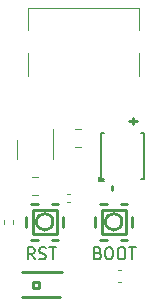
<source format=gbr>
%TF.GenerationSoftware,KiCad,Pcbnew,7.0.9*%
%TF.CreationDate,2024-03-18T09:44:21-07:00*%
%TF.ProjectId,ESP32S3_Board,45535033-3253-4335-9f42-6f6172642e6b,rev?*%
%TF.SameCoordinates,Original*%
%TF.FileFunction,Legend,Top*%
%TF.FilePolarity,Positive*%
%FSLAX46Y46*%
G04 Gerber Fmt 4.6, Leading zero omitted, Abs format (unit mm)*
G04 Created by KiCad (PCBNEW 7.0.9) date 2024-03-18 09:44:21*
%MOMM*%
%LPD*%
G01*
G04 APERTURE LIST*
%ADD10C,0.175000*%
%ADD11C,0.120000*%
%ADD12C,0.250000*%
%ADD13C,0.150000*%
G04 APERTURE END LIST*
D10*
X147244559Y-96118709D02*
X147387416Y-96166328D01*
X147387416Y-96166328D02*
X147435035Y-96213947D01*
X147435035Y-96213947D02*
X147482654Y-96309185D01*
X147482654Y-96309185D02*
X147482654Y-96452042D01*
X147482654Y-96452042D02*
X147435035Y-96547280D01*
X147435035Y-96547280D02*
X147387416Y-96594900D01*
X147387416Y-96594900D02*
X147292178Y-96642519D01*
X147292178Y-96642519D02*
X146911226Y-96642519D01*
X146911226Y-96642519D02*
X146911226Y-95642519D01*
X146911226Y-95642519D02*
X147244559Y-95642519D01*
X147244559Y-95642519D02*
X147339797Y-95690138D01*
X147339797Y-95690138D02*
X147387416Y-95737757D01*
X147387416Y-95737757D02*
X147435035Y-95832995D01*
X147435035Y-95832995D02*
X147435035Y-95928233D01*
X147435035Y-95928233D02*
X147387416Y-96023471D01*
X147387416Y-96023471D02*
X147339797Y-96071090D01*
X147339797Y-96071090D02*
X147244559Y-96118709D01*
X147244559Y-96118709D02*
X146911226Y-96118709D01*
X148101702Y-95642519D02*
X148292178Y-95642519D01*
X148292178Y-95642519D02*
X148387416Y-95690138D01*
X148387416Y-95690138D02*
X148482654Y-95785376D01*
X148482654Y-95785376D02*
X148530273Y-95975852D01*
X148530273Y-95975852D02*
X148530273Y-96309185D01*
X148530273Y-96309185D02*
X148482654Y-96499661D01*
X148482654Y-96499661D02*
X148387416Y-96594900D01*
X148387416Y-96594900D02*
X148292178Y-96642519D01*
X148292178Y-96642519D02*
X148101702Y-96642519D01*
X148101702Y-96642519D02*
X148006464Y-96594900D01*
X148006464Y-96594900D02*
X147911226Y-96499661D01*
X147911226Y-96499661D02*
X147863607Y-96309185D01*
X147863607Y-96309185D02*
X147863607Y-95975852D01*
X147863607Y-95975852D02*
X147911226Y-95785376D01*
X147911226Y-95785376D02*
X148006464Y-95690138D01*
X148006464Y-95690138D02*
X148101702Y-95642519D01*
X149149321Y-95642519D02*
X149339797Y-95642519D01*
X149339797Y-95642519D02*
X149435035Y-95690138D01*
X149435035Y-95690138D02*
X149530273Y-95785376D01*
X149530273Y-95785376D02*
X149577892Y-95975852D01*
X149577892Y-95975852D02*
X149577892Y-96309185D01*
X149577892Y-96309185D02*
X149530273Y-96499661D01*
X149530273Y-96499661D02*
X149435035Y-96594900D01*
X149435035Y-96594900D02*
X149339797Y-96642519D01*
X149339797Y-96642519D02*
X149149321Y-96642519D01*
X149149321Y-96642519D02*
X149054083Y-96594900D01*
X149054083Y-96594900D02*
X148958845Y-96499661D01*
X148958845Y-96499661D02*
X148911226Y-96309185D01*
X148911226Y-96309185D02*
X148911226Y-95975852D01*
X148911226Y-95975852D02*
X148958845Y-95785376D01*
X148958845Y-95785376D02*
X149054083Y-95690138D01*
X149054083Y-95690138D02*
X149149321Y-95642519D01*
X149863607Y-95642519D02*
X150435035Y-95642519D01*
X150149321Y-96642519D02*
X150149321Y-95642519D01*
X141894654Y-96642519D02*
X141561321Y-96166328D01*
X141323226Y-96642519D02*
X141323226Y-95642519D01*
X141323226Y-95642519D02*
X141704178Y-95642519D01*
X141704178Y-95642519D02*
X141799416Y-95690138D01*
X141799416Y-95690138D02*
X141847035Y-95737757D01*
X141847035Y-95737757D02*
X141894654Y-95832995D01*
X141894654Y-95832995D02*
X141894654Y-95975852D01*
X141894654Y-95975852D02*
X141847035Y-96071090D01*
X141847035Y-96071090D02*
X141799416Y-96118709D01*
X141799416Y-96118709D02*
X141704178Y-96166328D01*
X141704178Y-96166328D02*
X141323226Y-96166328D01*
X142275607Y-96594900D02*
X142418464Y-96642519D01*
X142418464Y-96642519D02*
X142656559Y-96642519D01*
X142656559Y-96642519D02*
X142751797Y-96594900D01*
X142751797Y-96594900D02*
X142799416Y-96547280D01*
X142799416Y-96547280D02*
X142847035Y-96452042D01*
X142847035Y-96452042D02*
X142847035Y-96356804D01*
X142847035Y-96356804D02*
X142799416Y-96261566D01*
X142799416Y-96261566D02*
X142751797Y-96213947D01*
X142751797Y-96213947D02*
X142656559Y-96166328D01*
X142656559Y-96166328D02*
X142466083Y-96118709D01*
X142466083Y-96118709D02*
X142370845Y-96071090D01*
X142370845Y-96071090D02*
X142323226Y-96023471D01*
X142323226Y-96023471D02*
X142275607Y-95928233D01*
X142275607Y-95928233D02*
X142275607Y-95832995D01*
X142275607Y-95832995D02*
X142323226Y-95737757D01*
X142323226Y-95737757D02*
X142370845Y-95690138D01*
X142370845Y-95690138D02*
X142466083Y-95642519D01*
X142466083Y-95642519D02*
X142704178Y-95642519D01*
X142704178Y-95642519D02*
X142847035Y-95690138D01*
X143132750Y-95642519D02*
X143704178Y-95642519D01*
X143418464Y-96642519D02*
X143418464Y-95642519D01*
D11*
%TO.C,J1*%
X150750000Y-81148000D02*
X150750000Y-79148000D01*
X150750000Y-77248000D02*
X150750000Y-75348000D01*
X150750000Y-75348000D02*
X141350000Y-75348000D01*
X141350000Y-81148000D02*
X141350000Y-79148000D01*
X141350000Y-77248000D02*
X141350000Y-75348000D01*
%TO.C,C7*%
X149238580Y-98554000D02*
X148957420Y-98554000D01*
X149238580Y-97534000D02*
X148957420Y-97534000D01*
%TO.C,C13*%
X145280748Y-85625000D02*
X145803252Y-85625000D01*
X145280748Y-87095000D02*
X145803252Y-87095000D01*
%TO.C,C12*%
X142181252Y-91159000D02*
X141658748Y-91159000D01*
X142181252Y-89689000D02*
X141658748Y-89689000D01*
D12*
%TO.C,SW2*%
X147040000Y-93892000D02*
X147040000Y-93052000D01*
X147450000Y-91922000D02*
X148010000Y-91922000D01*
X147590000Y-92472000D02*
X149590000Y-92472000D01*
X147590000Y-94472000D02*
X147590000Y-92472000D01*
X148010000Y-95022000D02*
X147450000Y-95022000D01*
X149170000Y-91922000D02*
X149730000Y-91922000D01*
X149590000Y-92472000D02*
X149590000Y-94472000D01*
X149590000Y-94472000D02*
X147590000Y-94472000D01*
X149730000Y-95022000D02*
X149170000Y-95022000D01*
X150140000Y-93052000D02*
X150140000Y-93892000D01*
X149290000Y-93472000D02*
G75*
G03*
X149290000Y-93472000I-700000J0D01*
G01*
%TO.C,AE1*%
X140814000Y-97746000D02*
X144174000Y-97756000D01*
X141734000Y-98556000D02*
X141734000Y-99056000D01*
X141734000Y-99056000D02*
X142244000Y-99056000D01*
X142244000Y-98556000D02*
X141734000Y-98556000D01*
X142244000Y-99056000D02*
X142244000Y-98556000D01*
X144014000Y-99856000D02*
X140814000Y-99856000D01*
D11*
%TO.C,C11*%
X144672164Y-91080000D02*
X144887836Y-91080000D01*
X144672164Y-91800000D02*
X144887836Y-91800000D01*
D12*
%TO.C,SW1*%
X144298000Y-93052000D02*
X144298000Y-93892000D01*
X143888000Y-95022000D02*
X143328000Y-95022000D01*
X143748000Y-94472000D02*
X141748000Y-94472000D01*
X143748000Y-92472000D02*
X143748000Y-94472000D01*
X143328000Y-91922000D02*
X143888000Y-91922000D01*
X142168000Y-95022000D02*
X141608000Y-95022000D01*
X141748000Y-94472000D02*
X141748000Y-92472000D01*
X141748000Y-92472000D02*
X143748000Y-92472000D01*
X141608000Y-91922000D02*
X142168000Y-91922000D01*
X141198000Y-93892000D02*
X141198000Y-93052000D01*
X143448000Y-93472000D02*
G75*
G03*
X143448000Y-93472000I-700000J0D01*
G01*
D11*
%TO.C,U2*%
X143480000Y-87376000D02*
X143480000Y-85576000D01*
X143480000Y-87376000D02*
X143480000Y-88176000D01*
X140360000Y-87376000D02*
X140360000Y-86576000D01*
X140360000Y-87376000D02*
X140360000Y-88176000D01*
%TO.C,R2*%
X139320000Y-93625641D02*
X139320000Y-93318359D01*
X140080000Y-93625641D02*
X140080000Y-93318359D01*
D12*
%TO.C,LED1*%
X150242000Y-84704000D02*
X150242000Y-85214000D01*
X150562000Y-84964000D02*
X149922000Y-84964000D01*
D13*
X151172000Y-85964000D02*
X151172000Y-85964000D01*
X151172000Y-85964000D02*
X151172000Y-89804000D01*
X150932000Y-85964000D02*
X151172000Y-85964000D01*
X147772000Y-85964000D02*
X147532000Y-85964000D01*
X147532000Y-85964000D02*
X147532000Y-85964000D01*
X147532000Y-85964000D02*
X147532000Y-89804000D01*
X151172000Y-89804000D02*
X151172000Y-89804000D01*
X151172000Y-89804000D02*
X150932000Y-89804000D01*
X147532000Y-89804000D02*
X147772000Y-89804000D01*
X147532000Y-89804000D02*
X147532000Y-89804000D01*
X147772000Y-90024000D02*
X147312000Y-90024000D01*
X147312000Y-90024000D02*
X147312000Y-89664000D01*
X147312000Y-90024000D02*
X147312000Y-90024000D01*
D12*
X148462000Y-90424000D02*
X148462000Y-90804000D01*
%TD*%
M02*

</source>
